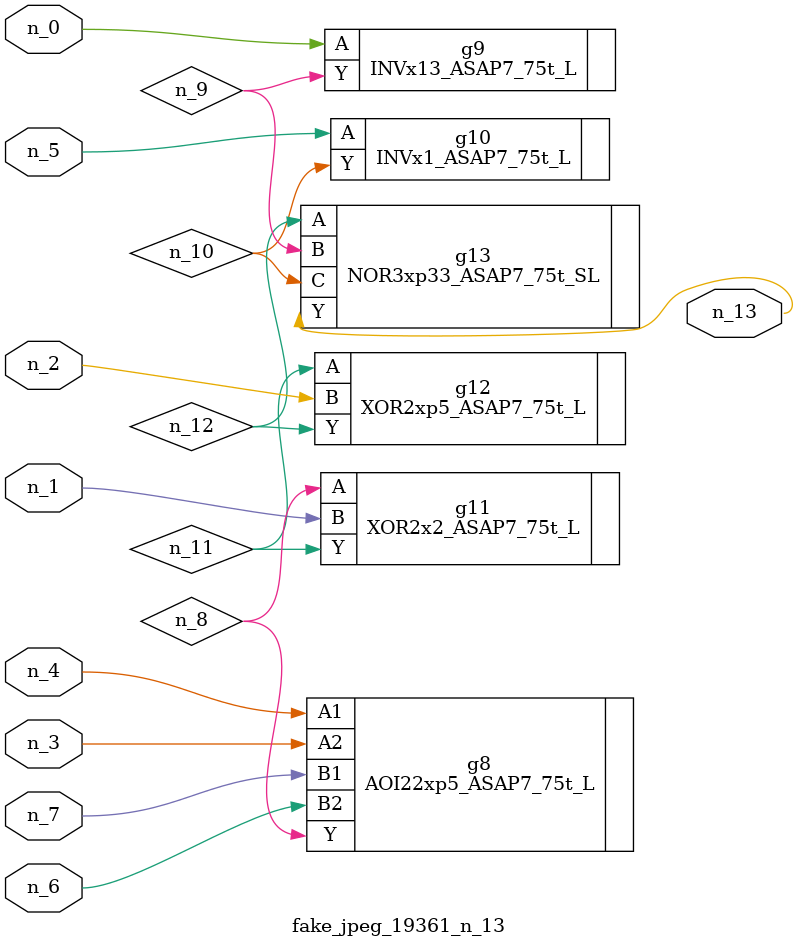
<source format=v>
module fake_jpeg_19361_n_13 (n_3, n_2, n_1, n_0, n_4, n_6, n_5, n_7, n_13);

input n_3;
input n_2;
input n_1;
input n_0;
input n_4;
input n_6;
input n_5;
input n_7;

output n_13;

wire n_11;
wire n_10;
wire n_12;
wire n_8;
wire n_9;

AOI22xp5_ASAP7_75t_L g8 ( 
.A1(n_4),
.A2(n_3),
.B1(n_7),
.B2(n_6),
.Y(n_8)
);

INVx13_ASAP7_75t_L g9 ( 
.A(n_0),
.Y(n_9)
);

INVx1_ASAP7_75t_L g10 ( 
.A(n_5),
.Y(n_10)
);

XOR2x2_ASAP7_75t_L g11 ( 
.A(n_8),
.B(n_1),
.Y(n_11)
);

XOR2xp5_ASAP7_75t_L g12 ( 
.A(n_11),
.B(n_2),
.Y(n_12)
);

NOR3xp33_ASAP7_75t_SL g13 ( 
.A(n_12),
.B(n_9),
.C(n_10),
.Y(n_13)
);


endmodule
</source>
